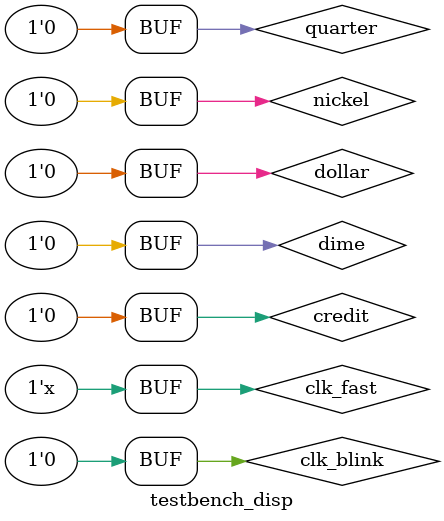
<source format=v>
`timescale 1ns / 1ps


module testbench_disp;

	// Inputs
	reg clk_fast;
	reg clk_blink;
	reg dollar;
	reg quarter;
	reg dime;
	reg nickel;
	reg credit;

	// Outputs
	wire [3:0] an;
	wire [7:0] seg;

	// Instantiate the Unit Under Test (UUT)
	display uut (
		.clk_fast(clk_fast), 
		.clk_blink(clk_blink), 
		.dollar(dollar), 
		.quarter(quarter), 
		.dime(dime), 
		.nickel(nickel), 
		.credit(credit), 
		.an(an), 
		.seg(seg)
	);

	always #1 clk_fast = ~clk_fast;

	initial begin
		// Initialize Inputs
		clk_fast = 0;
		clk_blink = 0;
		dollar = 0;
		quarter = 0;
		dime = 0;
		nickel = 0;
		credit = 0;

		// Wait 100 ns for global reset to finish
		#100;
        
		// Add stimulus here

	end
      
endmodule


</source>
